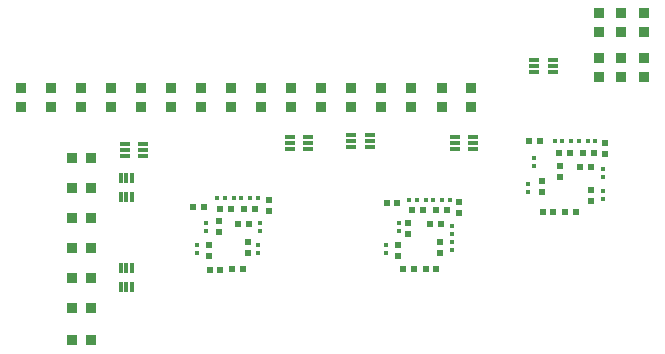
<source format=gbr>
G04 EAGLE Gerber RS-274X export*
G75*
%MOMM*%
%FSLAX34Y34*%
%LPD*%
%INSolderpaste Bottom*%
%IPPOS*%
%AMOC8*
5,1,8,0,0,1.08239X$1,22.5*%
G01*
%ADD10R,0.600000X0.620000*%
%ADD11R,0.620000X0.600000*%
%ADD12R,0.420000X0.460000*%
%ADD13R,0.460000X0.420000*%
%ADD14R,0.300000X0.914400*%
%ADD15R,0.300000X0.904000*%
%ADD16R,0.914400X0.300000*%
%ADD17R,0.904000X0.300000*%
%ADD18R,0.950000X0.900000*%
%ADD19R,0.900000X0.950000*%


D10*
X-119860Y420370D03*
X-129060Y420370D03*
X-103660Y410210D03*
X-94460Y410210D03*
X-235740Y312420D03*
X-226540Y312420D03*
X-399570Y311150D03*
X-390370Y311150D03*
X-108430Y360680D03*
X-117630Y360680D03*
D11*
X-187960Y369090D03*
X-187960Y359890D03*
X-102870Y390370D03*
X-102870Y399570D03*
D10*
X-85880Y398780D03*
X-76680Y398780D03*
D11*
X-349250Y370360D03*
X-349250Y361160D03*
D10*
X-83340Y410210D03*
X-74140Y410210D03*
D11*
X-118110Y386870D03*
X-118110Y377670D03*
X-231140Y342110D03*
X-231140Y351310D03*
D10*
X-207800Y361950D03*
X-198600Y361950D03*
X-240510Y368300D03*
X-249710Y368300D03*
D11*
X-204470Y325600D03*
X-204470Y334800D03*
D10*
X-228120Y361950D03*
X-218920Y361950D03*
D11*
X-240030Y332260D03*
X-240030Y323060D03*
D10*
X-212880Y350520D03*
X-203680Y350520D03*
X-370360Y363220D03*
X-361160Y363220D03*
X-404340Y364490D03*
X-413540Y364490D03*
X-390680Y363220D03*
X-381480Y363220D03*
D11*
X-367030Y325600D03*
X-367030Y334800D03*
X-391160Y343380D03*
X-391160Y352580D03*
D10*
X-98580Y360680D03*
X-89380Y360680D03*
X-375440Y350520D03*
X-366240Y350520D03*
D11*
X-400050Y332260D03*
X-400050Y323060D03*
D10*
X-216690Y312420D03*
X-207490Y312420D03*
D12*
X-250190Y332230D03*
X-250190Y325630D03*
D13*
X-93470Y420370D03*
X-86870Y420370D03*
X-107440Y420370D03*
X-100840Y420370D03*
D12*
X-402590Y344680D03*
X-402590Y351280D03*
D13*
X-79500Y420370D03*
X-72900Y420370D03*
D12*
X-66040Y390400D03*
X-66040Y397000D03*
D11*
X-64770Y418620D03*
X-64770Y409420D03*
D12*
X-129540Y384300D03*
X-129540Y377700D03*
X-194310Y328170D03*
X-194310Y334770D03*
X-238760Y344680D03*
X-238760Y351280D03*
X-194310Y342140D03*
X-194310Y348740D03*
D13*
X-216660Y370840D03*
X-210060Y370840D03*
X-202690Y370840D03*
X-196090Y370840D03*
X-230630Y370840D03*
X-224030Y370840D03*
D12*
X-124460Y399290D03*
X-124460Y405890D03*
D11*
X-76200Y370050D03*
X-76200Y379250D03*
D12*
X-66040Y371350D03*
X-66040Y377950D03*
X-356870Y344680D03*
X-356870Y351280D03*
X-410210Y332230D03*
X-410210Y325630D03*
D13*
X-365250Y372110D03*
X-358650Y372110D03*
X-379220Y372110D03*
X-372620Y372110D03*
X-393190Y372110D03*
X-386590Y372110D03*
D12*
X-358140Y325630D03*
X-358140Y332230D03*
D10*
X-380520Y312420D03*
X-371320Y312420D03*
D14*
X-464900Y373020D03*
D15*
X-469900Y373020D03*
X-474900Y373020D03*
X-474900Y388980D03*
X-469900Y388980D03*
X-464900Y388980D03*
D14*
X-464900Y296820D03*
D15*
X-469900Y296820D03*
X-474900Y296820D03*
X-474900Y312780D03*
X-469900Y312780D03*
X-464900Y312780D03*
D16*
X-192130Y414100D03*
D17*
X-192130Y419100D03*
X-192130Y424100D03*
X-176170Y424100D03*
X-176170Y419100D03*
X-176170Y414100D03*
D16*
X-279760Y415370D03*
D17*
X-279760Y420370D03*
X-279760Y425370D03*
X-263800Y425370D03*
X-263800Y420370D03*
X-263800Y415370D03*
D16*
X-331830Y414100D03*
D17*
X-331830Y419100D03*
X-331830Y424100D03*
X-315870Y424100D03*
X-315870Y419100D03*
X-315870Y414100D03*
D16*
X-471530Y407750D03*
D17*
X-471530Y412750D03*
X-471530Y417750D03*
X-455570Y417750D03*
X-455570Y412750D03*
X-455570Y407750D03*
D18*
X-508000Y465200D03*
X-508000Y449200D03*
X-533400Y465200D03*
X-533400Y449200D03*
X-482600Y465200D03*
X-482600Y449200D03*
X-457200Y465200D03*
X-457200Y449200D03*
X-431800Y465200D03*
X-431800Y449200D03*
X-406400Y465200D03*
X-406400Y449200D03*
X-381000Y465200D03*
X-381000Y449200D03*
X-355600Y465200D03*
X-355600Y449200D03*
X-330200Y449200D03*
X-330200Y465200D03*
X-304800Y465200D03*
X-304800Y449200D03*
X-279400Y465200D03*
X-279400Y449200D03*
D19*
X-515746Y252222D03*
X-499746Y252222D03*
D18*
X-254000Y465200D03*
X-254000Y449200D03*
X-228600Y465200D03*
X-228600Y449200D03*
X-202946Y465454D03*
X-202946Y449454D03*
X-177800Y465200D03*
X-177800Y449200D03*
D19*
X-516000Y279400D03*
X-500000Y279400D03*
X-516000Y304800D03*
X-500000Y304800D03*
X-516000Y330200D03*
X-500000Y330200D03*
D18*
X-50800Y512700D03*
X-50800Y528700D03*
X-50800Y490600D03*
X-50800Y474600D03*
X-31750Y512700D03*
X-31750Y528700D03*
X-31750Y490600D03*
X-31750Y474600D03*
D19*
X-516000Y355600D03*
X-500000Y355600D03*
D18*
X-69850Y490600D03*
X-69850Y474600D03*
X-69850Y512700D03*
X-69850Y528700D03*
D19*
X-516000Y381000D03*
X-500000Y381000D03*
X-516000Y406400D03*
X-500000Y406400D03*
D18*
X-558800Y465200D03*
X-558800Y449200D03*
D16*
X-108860Y489378D03*
D17*
X-108860Y484378D03*
X-108860Y479378D03*
X-124820Y479378D03*
X-124820Y484378D03*
X-124820Y489378D03*
M02*

</source>
